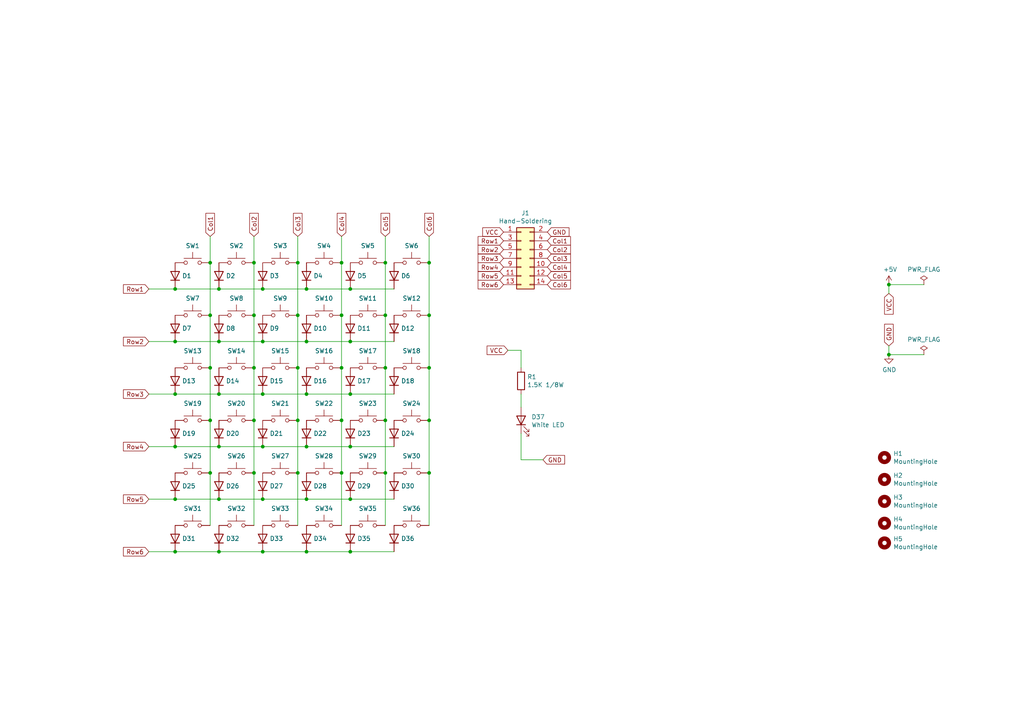
<source format=kicad_sch>
(kicad_sch (version 20211123) (generator eeschema)
  (paper "A4")
  (title_block (title "Pragmatic Input Module") (date "2021-11-20") (rev "v0.2") (company "Designed by James Sa"))
  (lib_symbols
    (symbol "Connector_Generic:Conn_02x07_Odd_Even" (pin_names (offset 1.016) hide)
      (property "Reference" "J" (at 1.27 10.16 0))
      (property "Value" "Conn_02x07_Odd_Even" (at 1.27 -10.16 0))
      (symbol "Conn_02x07_Odd_Even_1_1"
        (rectangle (start -1.27 -7.493) (end 0 -7.747) (stroke (width 0.1524)))
        (rectangle (start -1.27 -4.953) (end 0 -5.207) (stroke (width 0.1524)))
        (rectangle (start -1.27 -2.413) (end 0 -2.667) (stroke (width 0.1524)))
        (rectangle (start -1.27 0.127) (end 0 -0.127) (stroke (width 0.1524)))
        (rectangle (start -1.27 2.667) (end 0 2.413) (stroke (width 0.1524)))
        (rectangle (start -1.27 5.207) (end 0 4.953) (stroke (width 0.1524)))
        (rectangle (start -1.27 7.747) (end 0 7.493) (stroke (width 0.1524)))
        (rectangle (start -1.27 8.89) (end 3.81 -8.89) (stroke (width 0.254)) (fill (type background)))
        (rectangle (start 3.81 -7.493) (end 2.54 -7.747) (stroke (width 0.1524)))
        (rectangle (start 3.81 -4.953) (end 2.54 -5.207) (stroke (width 0.1524)))
        (rectangle (start 3.81 -2.413) (end 2.54 -2.667) (stroke (width 0.1524)))
        (rectangle (start 3.81 0.127) (end 2.54 -0.127) (stroke (width 0.1524)))
        (rectangle (start 3.81 2.667) (end 2.54 2.413) (stroke (width 0.1524)))
        (rectangle (start 3.81 5.207) (end 2.54 4.953) (stroke (width 0.1524)))
        (rectangle (start 3.81 7.747) (end 2.54 7.493) (stroke (width 0.1524)))
        (pin passive line (at -5.08 7.62 0) (length 3.81) (name "Pin_1") (number "1"))
        (pin passive line (at 7.62 -2.54 180) (length 3.81) (name "Pin_10") (number "10"))
        (pin passive line (at -5.08 -5.08 0) (length 3.81) (name "Pin_11") (number "11"))
        (pin passive line (at 7.62 -5.08 180) (length 3.81) (name "Pin_12") (number "12"))
        (pin passive line (at -5.08 -7.62 0) (length 3.81) (name "Pin_13") (number "13"))
        (pin passive line (at 7.62 -7.62 180) (length 3.81) (name "Pin_14") (number "14"))
        (pin passive line (at 7.62 7.62 180) (length 3.81) (name "Pin_2") (number "2"))
        (pin passive line (at -5.08 5.08 0) (length 3.81) (name "Pin_3") (number "3"))
        (pin passive line (at 7.62 5.08 180) (length 3.81) (name "Pin_4") (number "4"))
        (pin passive line (at -5.08 2.54 0) (length 3.81) (name "Pin_5") (number "5"))
        (pin passive line (at 7.62 2.54 180) (length 3.81) (name "Pin_6") (number "6"))
        (pin passive line (at -5.08 0 0) (length 3.81) (name "Pin_7") (number "7"))
        (pin passive line (at 7.62 0 180) (length 3.81) (name "Pin_8") (number "8"))
        (pin passive line (at -5.08 -2.54 0) (length 3.81) (name "Pin_9") (number "9"))
      )
    )
    (symbol "Device:D" (pin_numbers hide) (pin_names (offset 1.016) hide)
      (property "Reference" "D" (at 0 2.54 0))
      (property "Value" "D" (at 0 -2.54 0))
      (symbol "D_0_1"
        (polyline (pts (xy -1.27 1.27) (xy -1.27 -1.27)) (stroke (width 0.254)))
        (polyline (pts (xy 1.27 0) (xy -1.27 0)))
        (polyline (pts (xy 1.27 1.27) (xy 1.27 -1.27) (xy -1.27 0) (xy 1.27 1.27)) (stroke (width 0.254)))
      )
      (symbol "D_1_1"
        (pin passive line (at -3.81 0 0) (length 2.54) (name "K") (number "1"))
        (pin passive line (at 3.81 0 180) (length 2.54) (name "A") (number "2"))
      )
    )
    (symbol "Device:LED" (pin_numbers hide) (pin_names (offset 1.016) hide)
      (property "Reference" "D" (at 0 2.54 0))
      (property "Value" "LED" (at 0 -2.54 0))
      (symbol "LED_0_1"
        (polyline (pts (xy -1.27 -1.27) (xy -1.27 1.27)) (stroke (width 0.254)))
        (polyline (pts (xy -1.27 0) (xy 1.27 0)))
        (polyline (pts (xy 1.27 -1.27) (xy 1.27 1.27) (xy -1.27 0) (xy 1.27 -1.27)) (stroke (width 0.254)))
        (polyline (pts (xy -3.048 -0.762) (xy -4.572 -2.286) (xy -3.81 -2.286) (xy -4.572 -2.286) (xy -4.572 -1.524)))
        (polyline (pts (xy -1.778 -0.762) (xy -3.302 -2.286) (xy -2.54 -2.286) (xy -3.302 -2.286) (xy -3.302 -1.524)))
      )
      (symbol "LED_1_1"
        (pin passive line (at -3.81 0 0) (length 2.54) (name "K") (number "1"))
        (pin passive line (at 3.81 0 180) (length 2.54) (name "A") (number "2"))
      )
    )
    (symbol "Device:R" (pin_numbers hide) (pin_names (offset 0))
      (property "Reference" "R" (at 2.032 0 90))
      (property "Value" "R" (at 0 0 90))
      (symbol "R_0_1"
        (rectangle (start -1.016 -2.54) (end 1.016 2.54) (stroke (width 0.254)))
      )
      (symbol "R_1_1"
        (pin passive line (at 0 3.81 270) (length 1.27) (name "~") (number "1"))
        (pin passive line (at 0 -3.81 90) (length 1.27) (name "~") (number "2"))
      )
    )
    (symbol "Mechanical:MountingHole" (pin_names (offset 1.016))
      (property "Reference" "H" (at 0 5.08 0))
      (property "Value" "MountingHole" (at 0 3.175 0))
      (symbol "MountingHole_0_1"
        (circle (center 0 0) (radius 1.27) (stroke (width 1.27)))
      )
    )
    (symbol "Switch:SW_Push" (pin_numbers hide) (pin_names (offset 1.016) hide)
      (property "Reference" "SW" (at 1.27 2.54 0))
      (property "Value" "SW_Push" (at 0 -1.524 0))
      (symbol "SW_Push_0_1"
        (circle (center -2.032 0) (radius 0.508))
        (polyline (pts (xy 0 1.27) (xy 0 3.048)))
        (polyline (pts (xy 2.54 1.27) (xy -2.54 1.27)))
        (circle (center 2.032 0) (radius 0.508))
        (pin passive line (at -5.08 0 0) (length 2.54) (name "1") (number "1"))
        (pin passive line (at 5.08 0 180) (length 2.54) (name "2") (number "2"))
      )
    )
    (symbol "power:+5V" (power) (pin_names (offset 0))
      (property "Value" "+5V" (at 0 3.556 0))
      (symbol "+5V_0_1"
        (polyline (pts (xy -0.762 1.27) (xy 0 2.54)))
        (polyline (pts (xy 0 0) (xy 0 2.54)))
        (polyline (pts (xy 0 2.54) (xy 0.762 1.27)))
      )
      (symbol "+5V_1_1"
        (pin power_in line (at 0 0 90) (length 0) hide (name "+5V") (number "1"))
      )
    )
    (symbol "power:GND" (power) (pin_names (offset 0))
      (property "Value" "GND" (at 0 -3.81 0))
      (symbol "GND_0_1"
        (polyline (pts (xy 0 0) (xy 0 -1.27) (xy 1.27 -1.27) (xy 0 -2.54) (xy -1.27 -1.27) (xy 0 -1.27)))
      )
      (symbol "GND_1_1"
        (pin power_in line (at 0 0 270) (length 0) hide (name "GND") (number "1"))
      )
    )
    (symbol "power:PWR_FLAG" (power) (pin_numbers hide) (pin_names (offset 0) hide)
      (property "Value" "PWR_FLAG" (at 0 3.81 0))
      (symbol "PWR_FLAG_0_0"
        (pin power_out line (at 0 0 90) (length 0) (name "pwr") (number "1"))
      )
      (symbol "PWR_FLAG_0_1"
        (polyline (pts (xy 0 0) (xy 0 1.27) (xy -1.016 1.905) (xy 0 2.54) (xy 1.016 1.905) (xy 0 1.27)))
      )
    )
  )
  (junction (at 50.8 83.82))
  (junction (at 88.9 129.54))
  (junction (at 111.76 121.92))
  (junction (at 76.2 144.78))
  (junction (at 101.6 99.06))
  (junction (at 124.46 137.16))
  (junction (at 63.5 114.3))
  (junction (at 76.2 129.54))
  (junction (at 101.6 129.54))
  (junction (at 86.36 91.44))
  (junction (at 76.2 114.3))
  (junction (at 257.81 102.87))
  (junction (at 257.81 82.55))
  (junction (at 99.06 91.44))
  (junction (at 124.46 121.92))
  (junction (at 76.2 83.82))
  (junction (at 63.5 129.54))
  (junction (at 73.66 76.2))
  (junction (at 101.6 160.02))
  (junction (at 73.66 121.92))
  (junction (at 86.36 121.92))
  (junction (at 76.2 99.06))
  (junction (at 99.06 137.16))
  (junction (at 50.8 160.02))
  (junction (at 63.5 160.02))
  (junction (at 73.66 137.16))
  (junction (at 60.96 121.92))
  (junction (at 73.66 91.44))
  (junction (at 88.9 114.3))
  (junction (at 101.6 83.82))
  (junction (at 101.6 114.3))
  (junction (at 88.9 83.82))
  (junction (at 88.9 144.78))
  (junction (at 111.76 106.68))
  (junction (at 111.76 76.2))
  (junction (at 50.8 99.06))
  (junction (at 60.96 76.2))
  (junction (at 50.8 144.78))
  (junction (at 99.06 76.2))
  (junction (at 50.8 129.54))
  (junction (at 124.46 91.44))
  (junction (at 99.06 121.92))
  (junction (at 88.9 160.02))
  (junction (at 99.06 106.68))
  (junction (at 86.36 106.68))
  (junction (at 63.5 99.06))
  (junction (at 50.8 114.3))
  (junction (at 73.66 106.68))
  (junction (at 86.36 137.16))
  (junction (at 124.46 76.2))
  (junction (at 60.96 106.68))
  (junction (at 63.5 144.78))
  (junction (at 124.46 106.68))
  (junction (at 111.76 137.16))
  (junction (at 88.9 99.06))
  (junction (at 60.96 91.44))
  (junction (at 111.76 91.44))
  (junction (at 60.96 137.16))
  (junction (at 76.2 160.02))
  (junction (at 86.36 76.2))
  (junction (at 63.5 83.82))
  (junction (at 101.6 144.78))
  (wire (pts (xy 111.76 137.16) (xy 111.76 152.4)))
  (wire (pts (xy 76.2 83.82) (xy 88.9 83.82)))
  (wire (pts (xy 111.76 76.2) (xy 111.76 91.44)))
  (wire (pts (xy 101.6 129.54) (xy 114.3 129.54)))
  (wire (pts (xy 73.66 121.92) (xy 73.66 137.16)))
  (wire (pts (xy 99.06 106.68) (xy 99.06 121.92)))
  (wire (pts (xy 111.76 91.44) (xy 111.76 106.68)))
  (wire (pts (xy 63.5 144.78) (xy 76.2 144.78)))
  (wire (pts (xy 43.18 144.78) (xy 50.8 144.78)))
  (wire (pts (xy 76.2 114.3) (xy 88.9 114.3)))
  (wire (pts (xy 60.96 91.44) (xy 60.96 106.68)))
  (wire (pts (xy 99.06 68.58) (xy 99.06 76.2)))
  (wire (pts (xy 50.8 83.82) (xy 63.5 83.82)))
  (wire (pts (xy 257.81 82.55) (xy 267.97 82.55)))
  (wire (pts (xy 43.18 129.54) (xy 50.8 129.54)))
  (wire (pts (xy 101.6 83.82) (xy 114.3 83.82)))
  (wire (pts (xy 60.96 68.58) (xy 60.96 76.2)))
  (wire (pts (xy 147.32 101.6) (xy 151.13 101.6)))
  (wire (pts (xy 60.96 76.2) (xy 60.96 91.44)))
  (wire (pts (xy 63.5 99.06) (xy 76.2 99.06)))
  (wire (pts (xy 99.06 121.92) (xy 99.06 137.16)))
  (wire (pts (xy 50.8 114.3) (xy 63.5 114.3)))
  (wire (pts (xy 60.96 106.68) (xy 60.96 121.92)))
  (wire (pts (xy 99.06 137.16) (xy 99.06 152.4)))
  (wire (pts (xy 60.96 137.16) (xy 60.96 152.4)))
  (wire (pts (xy 73.66 91.44) (xy 73.66 106.68)))
  (wire (pts (xy 101.6 144.78) (xy 114.3 144.78)))
  (wire (pts (xy 124.46 68.58) (xy 124.46 76.2)))
  (wire (pts (xy 50.8 160.02) (xy 63.5 160.02)))
  (wire (pts (xy 88.9 83.82) (xy 101.6 83.82)))
  (wire (pts (xy 124.46 76.2) (xy 124.46 91.44)))
  (wire (pts (xy 86.36 91.44) (xy 86.36 106.68)))
  (wire (pts (xy 63.5 160.02) (xy 76.2 160.02)))
  (wire (pts (xy 50.8 99.06) (xy 63.5 99.06)))
  (wire (pts (xy 60.96 121.92) (xy 60.96 137.16)))
  (wire (pts (xy 101.6 114.3) (xy 114.3 114.3)))
  (wire (pts (xy 86.36 68.58) (xy 86.36 76.2)))
  (wire (pts (xy 257.81 100.33) (xy 257.81 102.87)))
  (wire (pts (xy 76.2 144.78) (xy 88.9 144.78)))
  (wire (pts (xy 73.66 137.16) (xy 73.66 152.4)))
  (wire (pts (xy 88.9 99.06) (xy 101.6 99.06)))
  (wire (pts (xy 124.46 137.16) (xy 124.46 152.4)))
  (wire (pts (xy 151.13 125.73) (xy 151.13 133.35)))
  (wire (pts (xy 124.46 121.92) (xy 124.46 137.16)))
  (wire (pts (xy 88.9 114.3) (xy 101.6 114.3)))
  (wire (pts (xy 101.6 99.06) (xy 114.3 99.06)))
  (wire (pts (xy 63.5 129.54) (xy 76.2 129.54)))
  (wire (pts (xy 43.18 114.3) (xy 50.8 114.3)))
  (wire (pts (xy 86.36 137.16) (xy 86.36 152.4)))
  (wire (pts (xy 124.46 91.44) (xy 124.46 106.68)))
  (wire (pts (xy 99.06 76.2) (xy 99.06 91.44)))
  (wire (pts (xy 76.2 129.54) (xy 88.9 129.54)))
  (wire (pts (xy 88.9 160.02) (xy 101.6 160.02)))
  (wire (pts (xy 99.06 91.44) (xy 99.06 106.68)))
  (wire (pts (xy 50.8 129.54) (xy 63.5 129.54)))
  (wire (pts (xy 101.6 160.02) (xy 114.3 160.02)))
  (wire (pts (xy 43.18 160.02) (xy 50.8 160.02)))
  (wire (pts (xy 111.76 106.68) (xy 111.76 121.92)))
  (wire (pts (xy 111.76 68.58) (xy 111.76 76.2)))
  (wire (pts (xy 86.36 76.2) (xy 86.36 91.44)))
  (wire (pts (xy 76.2 99.06) (xy 88.9 99.06)))
  (wire (pts (xy 63.5 114.3) (xy 76.2 114.3)))
  (wire (pts (xy 76.2 160.02) (xy 88.9 160.02)))
  (wire (pts (xy 50.8 144.78) (xy 63.5 144.78)))
  (wire (pts (xy 151.13 114.3) (xy 151.13 118.11)))
  (wire (pts (xy 63.5 83.82) (xy 76.2 83.82)))
  (wire (pts (xy 257.81 82.55) (xy 257.81 85.09)))
  (wire (pts (xy 111.76 121.92) (xy 111.76 137.16)))
  (wire (pts (xy 267.97 102.87) (xy 257.81 102.87)))
  (wire (pts (xy 88.9 129.54) (xy 101.6 129.54)))
  (wire (pts (xy 86.36 106.68) (xy 86.36 121.92)))
  (wire (pts (xy 151.13 133.35) (xy 157.48 133.35)))
  (wire (pts (xy 73.66 76.2) (xy 73.66 91.44)))
  (wire (pts (xy 124.46 106.68) (xy 124.46 121.92)))
  (wire (pts (xy 86.36 121.92) (xy 86.36 137.16)))
  (wire (pts (xy 43.18 83.82) (xy 50.8 83.82)))
  (wire (pts (xy 73.66 68.58) (xy 73.66 76.2)))
  (wire (pts (xy 73.66 106.68) (xy 73.66 121.92)))
  (wire (pts (xy 151.13 101.6) (xy 151.13 106.68)))
  (wire (pts (xy 88.9 144.78) (xy 101.6 144.78)))
  (wire (pts (xy 43.18 99.06) (xy 50.8 99.06)))
  (global_label "GND" (shape input) (at 257.81 100.33 90) (property "Intersheet References" "${INTERSHEET_REFS}" (effects hide)))
  (global_label "VCC" (shape input) (at 257.81 85.09 270) (property "Intersheet References" "${INTERSHEET_REFS}" (effects hide)))
  (global_label "Row5" (shape input) (at 43.18 144.78 180) (property "Intersheet References" "${INTERSHEET_REFS}" (effects hide)))
  (global_label "Row3" (shape input) (at 146.05 74.93 180) (property "Intersheet References" "${INTERSHEET_REFS}" (effects hide)))
  (global_label "Row1" (shape input) (at 146.05 69.85 180) (property "Intersheet References" "${INTERSHEET_REFS}" (effects hide)))
  (global_label "Col1" (shape input) (at 158.75 69.85 0) (property "Intersheet References" "${INTERSHEET_REFS}" (effects hide)))
  (global_label "Row4" (shape input) (at 146.05 77.47 180) (property "Intersheet References" "${INTERSHEET_REFS}" (effects hide)))
  (global_label "Col4" (shape input) (at 158.75 77.47 0) (property "Intersheet References" "${INTERSHEET_REFS}" (effects hide)))
  (global_label "Col2" (shape input) (at 158.75 72.39 0) (property "Intersheet References" "${INTERSHEET_REFS}" (effects hide)))
  (global_label "Row6" (shape input) (at 43.18 160.02 180) (property "Intersheet References" "${INTERSHEET_REFS}" (effects hide)))
  (global_label "Col4" (shape input) (at 99.06 68.58 90) (property "Intersheet References" "${INTERSHEET_REFS}" (effects hide)))
  (global_label "GND" (shape input) (at 158.75 67.31 0) (property "Intersheet References" "${INTERSHEET_REFS}" (effects hide)))
  (global_label "Col6" (shape input) (at 158.75 82.55 0) (property "Intersheet References" "${INTERSHEET_REFS}" (effects hide)))
  (global_label "Col2" (shape input) (at 73.66 68.58 90) (property "Intersheet References" "${INTERSHEET_REFS}" (effects hide)))
  (global_label "Col3" (shape input) (at 158.75 74.93 0) (property "Intersheet References" "${INTERSHEET_REFS}" (effects hide)))
  (global_label "Row5" (shape input) (at 146.05 80.01 180) (property "Intersheet References" "${INTERSHEET_REFS}" (effects hide)))
  (global_label "Row2" (shape input) (at 146.05 72.39 180) (property "Intersheet References" "${INTERSHEET_REFS}" (effects hide)))
  (global_label "Col1" (shape input) (at 60.96 68.58 90) (property "Intersheet References" "${INTERSHEET_REFS}" (effects hide)))
  (global_label "Row1" (shape input) (at 43.18 83.82 180) (property "Intersheet References" "${INTERSHEET_REFS}" (effects hide)))
  (global_label "Row6" (shape input) (at 146.05 82.55 180) (property "Intersheet References" "${INTERSHEET_REFS}" (effects hide)))
  (global_label "Col6" (shape input) (at 124.46 68.58 90) (property "Intersheet References" "${INTERSHEET_REFS}" (effects hide)))
  (global_label "GND" (shape input) (at 157.48 133.35 0) (property "Intersheet References" "${INTERSHEET_REFS}" (effects hide)))
  (global_label "VCC" (shape input) (at 146.05 67.31 180) (property "Intersheet References" "${INTERSHEET_REFS}" (effects hide)))
  (global_label "Row3" (shape input) (at 43.18 114.3 180) (property "Intersheet References" "${INTERSHEET_REFS}" (effects hide)))
  (global_label "Col3" (shape input) (at 86.36 68.58 90) (property "Intersheet References" "${INTERSHEET_REFS}" (effects hide)))
  (global_label "Row4" (shape input) (at 43.18 129.54 180) (property "Intersheet References" "${INTERSHEET_REFS}" (effects hide)))
  (global_label "Row2" (shape input) (at 43.18 99.06 180) (property "Intersheet References" "${INTERSHEET_REFS}" (effects hide)))
  (global_label "VCC" (shape input) (at 147.32 101.6 180) (property "Intersheet References" "${INTERSHEET_REFS}" (effects hide)))
  (global_label "Col5" (shape input) (at 158.75 80.01 0) (property "Intersheet References" "${INTERSHEET_REFS}" (effects hide)))
  (global_label "Col5" (shape input) (at 111.76 68.58 90) (property "Intersheet References" "${INTERSHEET_REFS}" (effects hide)))
  (symbol (lib_id "power:+5V") (at 257.81 82.55 0) (unit 1)
    (property "Reference" "#PWR01" (effects hide))
    (property "Value" "+5V" (at 258.191 78.1558 0))
  )
  (symbol (lib_id "power:PWR_FLAG") (at 267.97 82.55 0) (unit 1)
    (property "Reference" "#FLG0101" (effects hide))
    (property "Value" "PWR_FLAG" (at 267.97 78.1558 0))
  )
  (symbol (lib_id "Device:D") (at 50.8 95.25 90) (unit 1)
    (property "Reference" "D7" (at 52.832 95.25 90) (effects (justify right)))
    (property "Value" "1N4148" (effects hide))
    (property "Footprint" "Keyboard_Foostan:D3_SMD_v2" (effects hide))
    (property "LCSC" "C81598" (effects hide))
  )
  (symbol (lib_id "Switch:SW_Push") (at 55.88 91.44 0) (unit 1)
    (property "Reference" "SW7" (at 55.88 86.5378 0))
    (property "Value" "SW_Push" (effects hide))
    (property "Footprint" "Keyboard_JSA:MX_Hotswap_MX_Choc_Solder" (effects hide))
  )
  (symbol (lib_id "power:PWR_FLAG") (at 267.97 102.87 0) (unit 1)
    (property "Reference" "#FLG0102" (effects hide))
    (property "Value" "PWR_FLAG" (at 267.97 98.4758 0))
  )
  (symbol (lib_id "Device:D") (at 50.8 125.73 90) (unit 1)
    (property "Reference" "D19" (at 52.832 125.73 90) (effects (justify right)))
    (property "Value" "1N4148" (effects hide))
    (property "Footprint" "Keyboard_Foostan:D3_SMD_v2" (effects hide))
    (property "LCSC" "C81598" (effects hide))
  )
  (symbol (lib_id "Switch:SW_Push") (at 55.88 121.92 0) (unit 1)
    (property "Reference" "SW19" (at 55.88 117.0178 0))
    (property "Value" "SW_Push" (effects hide))
    (property "Footprint" "Keyboard_JSA:MX_Hotswap_MX_Choc_Solder" (effects hide))
  )
  (symbol (lib_id "Device:D") (at 63.5 95.25 90) (unit 1)
    (property "Reference" "D8" (at 65.532 95.25 90) (effects (justify right)))
    (property "Value" "1N4148" (effects hide))
    (property "Footprint" "Keyboard_Foostan:D3_SMD_v2" (effects hide))
    (property "LCSC" "C81598" (effects hide))
  )
  (symbol (lib_id "Switch:SW_Push") (at 68.58 91.44 0) (unit 1)
    (property "Reference" "SW8" (at 68.58 86.5378 0))
    (property "Value" "SW_Push" (effects hide))
    (property "Footprint" "Keyboard_JSA:MX_Hotswap_MX_Choc_Solder" (effects hide))
  )
  (symbol (lib_id "power:GND") (at 257.81 102.87 0) (unit 1)
    (property "Reference" "#PWR02" (effects hide))
    (property "Value" "GND" (at 257.937 107.2642 0))
  )
  (symbol (lib_id "Device:D") (at 76.2 80.01 90) (unit 1)
    (property "Reference" "D3" (at 78.232 80.01 90) (effects (justify right)))
    (property "Value" "1N4148" (effects hide))
    (property "Footprint" "Keyboard_Foostan:D3_SMD_v2" (effects hide))
    (property "LCSC" "C81598" (effects hide))
  )
  (symbol (lib_id "Switch:SW_Push") (at 81.28 76.2 0) (unit 1)
    (property "Reference" "SW3" (at 81.28 71.2978 0))
    (property "Value" "SW_Push" (effects hide))
    (property "Footprint" "Keyboard_JSA:MX_Hotswap_MX_Choc_Solder" (effects hide))
  )
  (symbol (lib_id "Device:D") (at 88.9 80.01 90) (unit 1)
    (property "Reference" "D4" (at 90.932 80.01 90) (effects (justify right)))
    (property "Value" "1N4148" (effects hide))
    (property "Footprint" "Keyboard_Foostan:D3_SMD_v2" (effects hide))
    (property "LCSC" "C81598" (effects hide))
  )
  (symbol (lib_id "Switch:SW_Push") (at 93.98 76.2 0) (unit 1)
    (property "Reference" "SW4" (at 93.98 71.2978 0))
    (property "Value" "SW_Push" (effects hide))
    (property "Footprint" "Keyboard_JSA:MX_Hotswap_MX_Choc_Solder" (effects hide))
  )
  (symbol (lib_id "Device:D") (at 101.6 80.01 90) (unit 1)
    (property "Reference" "D5" (at 103.632 80.01 90) (effects (justify right)))
    (property "Value" "1N4148" (effects hide))
    (property "Footprint" "Keyboard_Foostan:D3_SMD_v2" (effects hide))
    (property "LCSC" "C81598" (effects hide))
  )
  (symbol (lib_id "Switch:SW_Push") (at 106.68 76.2 0) (unit 1)
    (property "Reference" "SW5" (at 106.68 71.2978 0))
    (property "Value" "SW_Push" (effects hide))
    (property "Footprint" "Keyboard_JSA:MX_Hotswap_MX_Choc_Solder" (effects hide))
  )
  (symbol (lib_id "Device:D") (at 114.3 80.01 90) (unit 1)
    (property "Reference" "D6" (at 116.332 80.01 90) (effects (justify right)))
    (property "Value" "1N4148" (effects hide))
    (property "Footprint" "Keyboard_Foostan:D3_SMD_v2" (effects hide))
    (property "LCSC" "C81598" (effects hide))
  )
  (symbol (lib_id "Switch:SW_Push") (at 119.38 76.2 0) (unit 1)
    (property "Reference" "SW6" (at 119.38 71.2978 0))
    (property "Value" "SW_Push" (effects hide))
    (property "Footprint" "Keyboard_JSA:MX_Hotswap_MX_Choc_Solder" (effects hide))
  )
  (symbol (lib_id "Device:D") (at 50.8 80.01 90) (unit 1)
    (property "Reference" "D1" (at 52.832 80.01 90) (effects (justify right)))
    (property "Value" "1N4148" (effects hide))
    (property "Footprint" "Keyboard_Foostan:D3_SMD_v2" (effects hide))
    (property "Datasheet" "https://datasheet.lcsc.com/lcsc/1811061725_ST-Semtech-1N4148W_C81598.pdf" (effects hide))
    (property "LCSC" "C81598" (effects hide))
  )
  (symbol (lib_id "Switch:SW_Push") (at 55.88 76.2 0) (unit 1)
    (property "Reference" "SW1" (at 55.88 71.2978 0))
    (property "Value" "SW_Push" (effects hide))
    (property "Footprint" "Keyboard_JSA:MX_Hotswap_MX_Choc_Solder" (effects hide))
  )
  (symbol (lib_id "Device:D") (at 63.5 80.01 90) (unit 1)
    (property "Reference" "D2" (at 65.532 80.01 90) (effects (justify right)))
    (property "Value" "1N4148" (effects hide))
    (property "Footprint" "Keyboard_Foostan:D3_SMD_v2" (effects hide))
    (property "LCSC" "C81598" (effects hide))
  )
  (symbol (lib_id "Switch:SW_Push") (at 68.58 76.2 0) (unit 1)
    (property "Reference" "SW2" (at 68.58 71.2978 0))
    (property "Value" "SW_Push" (effects hide))
    (property "Footprint" "Keyboard_JSA:MX_Hotswap_MX_Choc_Solder" (effects hide))
  )
  (symbol (lib_id "Device:D") (at 76.2 95.25 90) (unit 1)
    (property "Reference" "D9" (at 78.232 95.25 90) (effects (justify right)))
    (property "Value" "1N4148" (effects hide))
    (property "Footprint" "Keyboard_Foostan:D3_SMD_v2" (effects hide))
    (property "LCSC" "C81598" (effects hide))
  )
  (symbol (lib_id "Switch:SW_Push") (at 81.28 91.44 0) (unit 1)
    (property "Reference" "SW9" (at 81.28 86.5378 0))
    (property "Value" "SW_Push" (effects hide))
    (property "Footprint" "Keyboard_JSA:MX_Hotswap_MX_Choc_Solder" (effects hide))
  )
  (symbol (lib_id "Device:D") (at 88.9 95.25 90) (unit 1)
    (property "Reference" "D10" (at 90.932 95.25 90) (effects (justify right)))
    (property "Value" "1N4148" (effects hide))
    (property "Footprint" "Keyboard_Foostan:D3_SMD_v2" (effects hide))
    (property "LCSC" "C81598" (effects hide))
  )
  (symbol (lib_id "Switch:SW_Push") (at 93.98 91.44 0) (unit 1)
    (property "Reference" "SW10" (at 93.98 86.5378 0))
    (property "Value" "SW_Push" (effects hide))
    (property "Footprint" "Keyboard_JSA:MX_Hotswap_MX_Choc_Solder" (effects hide))
  )
  (symbol (lib_id "Device:D") (at 101.6 95.25 90) (unit 1)
    (property "Reference" "D11" (at 103.632 95.25 90) (effects (justify right)))
    (property "Value" "1N4148" (effects hide))
    (property "Footprint" "Keyboard_Foostan:D3_SMD_v2" (effects hide))
    (property "LCSC" "C81598" (effects hide))
  )
  (symbol (lib_id "Switch:SW_Push") (at 106.68 91.44 0) (unit 1)
    (property "Reference" "SW11" (at 106.68 86.5378 0))
    (property "Value" "SW_Push" (effects hide))
    (property "Footprint" "Keyboard_JSA:MX_Hotswap_MX_Choc_Solder" (effects hide))
  )
  (symbol (lib_id "Device:D") (at 114.3 95.25 90) (unit 1)
    (property "Reference" "D12" (at 116.332 95.25 90) (effects (justify right)))
    (property "Value" "1N4148" (effects hide))
    (property "Footprint" "Keyboard_Foostan:D3_SMD_v2" (effects hide))
    (property "LCSC" "C81598" (effects hide))
  )
  (symbol (lib_id "Switch:SW_Push") (at 119.38 91.44 0) (unit 1)
    (property "Reference" "SW12" (at 119.38 86.5378 0))
    (property "Value" "SW_Push" (effects hide))
    (property "Footprint" "Keyboard_JSA:MX_Hotswap_MX_Choc_Solder" (effects hide))
  )
  (symbol (lib_id "Device:D") (at 63.5 110.49 90) (unit 1)
    (property "Reference" "D14" (at 65.532 110.49 90) (effects (justify right)))
    (property "Value" "1N4148" (effects hide))
    (property "Footprint" "Keyboard_Foostan:D3_SMD_v2" (effects hide))
    (property "LCSC" "C81598" (effects hide))
  )
  (symbol (lib_id "Switch:SW_Push") (at 68.58 106.68 0) (unit 1)
    (property "Reference" "SW14" (at 68.58 101.7778 0))
    (property "Value" "SW_Push" (effects hide))
    (property "Footprint" "Keyboard_JSA:MX_Hotswap_MX_Choc_Solder" (effects hide))
  )
  (symbol (lib_id "Device:D") (at 76.2 110.49 90) (unit 1)
    (property "Reference" "D15" (at 78.232 110.49 90) (effects (justify right)))
    (property "Value" "1N4148" (effects hide))
    (property "Footprint" "Keyboard_Foostan:D3_SMD_v2" (effects hide))
    (property "LCSC" "C81598" (effects hide))
  )
  (symbol (lib_id "Switch:SW_Push") (at 81.28 106.68 0) (unit 1)
    (property "Reference" "SW15" (at 81.28 101.7778 0))
    (property "Value" "SW_Push" (effects hide))
    (property "Footprint" "Keyboard_JSA:MX_Hotswap_MX_Choc_Solder" (effects hide))
  )
  (symbol (lib_id "Device:D") (at 88.9 110.49 90) (unit 1)
    (property "Reference" "D16" (at 90.932 110.49 90) (effects (justify right)))
    (property "Value" "1N4148" (effects hide))
    (property "Footprint" "Keyboard_Foostan:D3_SMD_v2" (effects hide))
    (property "LCSC" "C81598" (effects hide))
  )
  (symbol (lib_id "Switch:SW_Push") (at 93.98 106.68 0) (unit 1)
    (property "Reference" "SW16" (at 93.98 101.7778 0))
    (property "Value" "SW_Push" (effects hide))
    (property "Footprint" "Keyboard_JSA:MX_Hotswap_MX_Choc_Solder" (effects hide))
  )
  (symbol (lib_id "Device:D") (at 101.6 110.49 90) (unit 1)
    (property "Reference" "D17" (at 103.632 110.49 90) (effects (justify right)))
    (property "Value" "1N4148" (effects hide))
    (property "Footprint" "Keyboard_Foostan:D3_SMD_v2" (effects hide))
    (property "LCSC" "C81598" (effects hide))
  )
  (symbol (lib_id "Switch:SW_Push") (at 106.68 106.68 0) (unit 1)
    (property "Reference" "SW17" (at 106.68 101.7778 0))
    (property "Value" "SW_Push" (effects hide))
    (property "Footprint" "Keyboard_JSA:MX_Hotswap_MX_Choc_Solder" (effects hide))
  )
  (symbol (lib_id "Device:D") (at 114.3 110.49 90) (unit 1)
    (property "Reference" "D18" (at 116.332 110.49 90) (effects (justify right)))
    (property "Value" "1N4148" (effects hide))
    (property "Footprint" "Keyboard_Foostan:D3_SMD_v2" (effects hide))
    (property "LCSC" "C81598" (effects hide))
  )
  (symbol (lib_id "Switch:SW_Push") (at 119.38 106.68 0) (unit 1)
    (property "Reference" "SW18" (at 119.38 101.7778 0))
    (property "Value" "SW_Push" (effects hide))
    (property "Footprint" "Keyboard_JSA:MX_Hotswap_MX_Choc_Solder" (effects hide))
  )
  (symbol (lib_id "Device:D") (at 50.8 110.49 90) (unit 1)
    (property "Reference" "D13" (at 52.832 110.49 90) (effects (justify right)))
    (property "Value" "1N4148" (effects hide))
    (property "Footprint" "Keyboard_Foostan:D3_SMD_v2" (effects hide))
    (property "LCSC" "C81598" (effects hide))
  )
  (symbol (lib_id "Switch:SW_Push") (at 55.88 106.68 0) (unit 1)
    (property "Reference" "SW13" (at 55.88 101.7778 0))
    (property "Value" "SW_Push" (effects hide))
    (property "Footprint" "Keyboard_JSA:MX_Hotswap_MX_Choc_Solder" (effects hide))
  )
  (symbol (lib_id "Device:D") (at 63.5 125.73 90) (unit 1)
    (property "Reference" "D20" (at 65.532 125.73 90) (effects (justify right)))
    (property "Value" "1N4148" (effects hide))
    (property "Footprint" "Keyboard_Foostan:D3_SMD_v2" (effects hide))
    (property "LCSC" "C81598" (effects hide))
  )
  (symbol (lib_id "Switch:SW_Push") (at 68.58 121.92 0) (unit 1)
    (property "Reference" "SW20" (at 68.58 117.0178 0))
    (property "Value" "SW_Push" (effects hide))
    (property "Footprint" "Keyboard_JSA:MX_Hotswap_MX_Choc_Solder" (effects hide))
  )
  (symbol (lib_id "Device:D") (at 76.2 125.73 90) (unit 1)
    (property "Reference" "D21" (at 78.232 125.73 90) (effects (justify right)))
    (property "Value" "1N4148" (effects hide))
    (property "Footprint" "Keyboard_Foostan:D3_SMD_v2" (effects hide))
    (property "LCSC" "C81598" (effects hide))
  )
  (symbol (lib_id "Switch:SW_Push") (at 81.28 121.92 0) (unit 1)
    (property "Reference" "SW21" (at 81.28 117.0178 0))
    (property "Value" "SW_Push" (effects hide))
    (property "Footprint" "Keyboard_JSA:MX_Hotswap_MX_Choc_Solder" (effects hide))
  )
  (symbol (lib_id "Device:D") (at 88.9 125.73 90) (unit 1)
    (property "Reference" "D22" (at 90.932 125.73 90) (effects (justify right)))
    (property "Value" "1N4148" (effects hide))
    (property "Footprint" "Keyboard_Foostan:D3_SMD_v2" (effects hide))
    (property "LCSC" "C81598" (effects hide))
  )
  (symbol (lib_id "Switch:SW_Push") (at 93.98 121.92 0) (unit 1)
    (property "Reference" "SW22" (at 93.98 117.0178 0))
    (property "Value" "SW_Push" (effects hide))
    (property "Footprint" "Keyboard_JSA:MX_Hotswap_MX_Choc_Solder" (effects hide))
  )
  (symbol (lib_id "Device:D") (at 101.6 125.73 90) (unit 1)
    (property "Reference" "D23" (at 103.632 125.73 90) (effects (justify right)))
    (property "Value" "1N4148" (effects hide))
    (property "Footprint" "Keyboard_Foostan:D3_SMD_v2" (effects hide))
    (property "LCSC" "C81598" (effects hide))
  )
  (symbol (lib_id "Switch:SW_Push") (at 106.68 121.92 0) (unit 1)
    (property "Reference" "SW23" (at 106.68 117.0178 0))
    (property "Value" "SW_Push" (effects hide))
    (property "Footprint" "Keyboard_JSA:MX_Hotswap_MX_Choc_Solder" (effects hide))
  )
  (symbol (lib_id "Device:D") (at 114.3 125.73 90) (unit 1)
    (property "Reference" "D24" (at 116.332 125.73 90) (effects (justify right)))
    (property "Value" "1N4148" (effects hide))
    (property "Footprint" "Keyboard_Foostan:D3_SMD_v2" (effects hide))
    (property "LCSC" "C81598" (effects hide))
  )
  (symbol (lib_id "Switch:SW_Push") (at 119.38 121.92 0) (unit 1)
    (property "Reference" "SW24" (at 119.38 117.0178 0))
    (property "Value" "SW_Push" (effects hide))
    (property "Footprint" "Keyboard_JSA:MX_Hotswap_MX_Choc_Solder" (effects hide))
  )
  (symbol (lib_id "Device:D") (at 50.8 140.97 90) (unit 1)
    (property "Reference" "D25" (at 52.832 140.97 90) (effects (justify right)))
    (property "Value" "1N4148" (effects hide))
    (property "Footprint" "Keyboard_Foostan:D3_SMD_v2" (effects hide))
    (property "LCSC" "C81598" (effects hide))
  )
  (symbol (lib_id "Switch:SW_Push") (at 55.88 137.16 0) (unit 1)
    (property "Reference" "SW25" (at 55.88 132.2578 0))
    (property "Value" "SW_Push" (effects hide))
    (property "Footprint" "Keyboard_JSA:MX_Hotswap_MX_Choc_Solder" (effects hide))
  )
  (symbol (lib_id "Device:D") (at 63.5 140.97 90) (unit 1)
    (property "Reference" "D26" (at 65.532 140.97 90) (effects (justify right)))
    (property "Value" "1N4148" (effects hide))
    (property "Footprint" "Keyboard_Foostan:D3_SMD_v2" (effects hide))
    (property "LCSC" "C81598" (effects hide))
  )
  (symbol (lib_id "Switch:SW_Push") (at 68.58 137.16 0) (unit 1)
    (property "Reference" "SW26" (at 68.58 132.2578 0))
    (property "Value" "SW_Push" (effects hide))
    (property "Footprint" "Keyboard_JSA:MX_Hotswap_MX_Choc_Solder" (effects hide))
  )
  (symbol (lib_id "Device:D") (at 76.2 140.97 90) (unit 1)
    (property "Reference" "D27" (at 78.232 140.97 90) (effects (justify right)))
    (property "Value" "1N4148" (effects hide))
    (property "Footprint" "Keyboard_Foostan:D3_SMD_v2" (effects hide))
    (property "LCSC" "C81598" (effects hide))
  )
  (symbol (lib_id "Switch:SW_Push") (at 81.28 137.16 0) (unit 1)
    (property "Reference" "SW27" (at 81.28 132.2578 0))
    (property "Value" "SW_Push" (effects hide))
    (property "Footprint" "Keyboard_JSA:MX_Hotswap_MX_Choc_Solder" (effects hide))
  )
  (symbol (lib_id "Device:D") (at 88.9 140.97 90) (unit 1)
    (property "Reference" "D28" (at 90.932 140.97 90) (effects (justify right)))
    (property "Value" "1N4148" (effects hide))
    (property "Footprint" "Keyboard_Foostan:D3_SMD_v2" (effects hide))
    (property "LCSC" "C81598" (effects hide))
  )
  (symbol (lib_id "Switch:SW_Push") (at 93.98 137.16 0) (unit 1)
    (property "Reference" "SW28" (at 93.98 132.2578 0))
    (property "Value" "SW_Push" (effects hide))
    (property "Footprint" "Keyboard_JSA:MX_Hotswap_MX_Choc_Solder" (effects hide))
  )
  (symbol (lib_id "Device:D") (at 101.6 140.97 90) (unit 1)
    (property "Reference" "D29" (at 103.632 140.97 90) (effects (justify right)))
    (property "Value" "1N4148" (effects hide))
    (property "Footprint" "Keyboard_Foostan:D3_SMD_v2" (effects hide))
    (property "LCSC" "C81598" (effects hide))
  )
  (symbol (lib_id "Switch:SW_Push") (at 106.68 137.16 0) (unit 1)
    (property "Reference" "SW29" (at 106.68 132.2578 0))
    (property "Value" "SW_Push" (effects hide))
    (property "Footprint" "Keyboard_JSA:MX_Hotswap_MX_Choc_Solder" (effects hide))
  )
  (symbol (lib_id "Device:D") (at 114.3 140.97 90) (unit 1)
    (property "Reference" "D30" (at 116.332 140.97 90) (effects (justify right)))
    (property "Value" "1N4148" (effects hide))
    (property "Footprint" "Keyboard_Foostan:D3_SMD_v2" (effects hide))
    (property "LCSC" "C81598" (effects hide))
  )
  (symbol (lib_id "Switch:SW_Push") (at 119.38 137.16 0) (unit 1)
    (property "Reference" "SW30" (at 119.38 132.2578 0))
    (property "Value" "SW_Push" (effects hide))
    (property "Footprint" "Keyboard_JSA:MX_Hotswap_MX_Choc_Solder" (effects hide))
  )
  (symbol (lib_id "Device:D") (at 50.8 156.21 90) (unit 1)
    (property "Reference" "D31" (at 52.832 156.21 90) (effects (justify right)))
    (property "Value" "1N4148" (effects hide))
    (property "Footprint" "Keyboard_Foostan:D3_SMD_v2" (effects hide))
    (property "LCSC" "C81598" (effects hide))
  )
  (symbol (lib_id "Switch:SW_Push") (at 55.88 152.4 0) (unit 1)
    (property "Reference" "SW31" (at 55.88 147.4978 0))
    (property "Value" "SW_Push" (effects hide))
    (property "Footprint" "Keyboard_JSA:MX_Hotswap_MX_Choc_Solder" (effects hide))
  )
  (symbol (lib_id "Device:D") (at 63.5 156.21 90) (unit 1)
    (property "Reference" "D32" (at 65.532 156.21 90) (effects (justify right)))
    (property "Value" "1N4148" (effects hide))
    (property "Footprint" "Keyboard_Foostan:D3_SMD_v2" (effects hide))
    (property "LCSC" "C81598" (effects hide))
  )
  (symbol (lib_id "Switch:SW_Push") (at 68.58 152.4 0) (unit 1)
    (property "Reference" "SW32" (at 68.58 147.4978 0))
    (property "Value" "SW_Push" (effects hide))
    (property "Footprint" "Keyboard_JSA:MX_Hotswap_MX_Choc_Solder" (effects hide))
  )
  (symbol (lib_id "Device:D") (at 76.2 156.21 90) (unit 1)
    (property "Reference" "D33" (at 78.232 156.21 90) (effects (justify right)))
    (property "Value" "1N4148" (effects hide))
    (property "Footprint" "Keyboard_Foostan:D3_SMD_v2" (effects hide))
    (property "LCSC" "C81598" (effects hide))
  )
  (symbol (lib_id "Switch:SW_Push") (at 81.28 152.4 0) (unit 1)
    (property "Reference" "SW33" (at 81.28 147.4978 0))
    (property "Value" "SW_Push" (effects hide))
    (property "Footprint" "Keyboard_JSA:MX_Hotswap_MX_Choc_Solder" (effects hide))
  )
  (symbol (lib_id "Device:D") (at 88.9 156.21 90) (unit 1)
    (property "Reference" "D34" (at 90.932 156.21 90) (effects (justify right)))
    (property "Value" "1N4148" (effects hide))
    (property "Footprint" "Keyboard_Foostan:D3_SMD_v2" (effects hide))
    (property "LCSC" "C81598" (effects hide))
  )
  (symbol (lib_id "Switch:SW_Push") (at 93.98 152.4 0) (unit 1)
    (property "Reference" "SW34" (at 93.98 147.4978 0))
    (property "Value" "SW_Push" (effects hide))
    (property "Footprint" "Keyboard_JSA:MX_Hotswap_MX_Choc_Solder" (effects hide))
  )
  (symbol (lib_id "Device:D") (at 101.6 156.21 90) (unit 1)
    (property "Reference" "D35" (at 103.632 156.21 90) (effects (justify right)))
    (property "Value" "1N4148" (effects hide))
    (property "Footprint" "Keyboard_Foostan:D3_SMD_v2" (effects hide))
    (property "LCSC" "C81598" (effects hide))
  )
  (symbol (lib_id "Switch:SW_Push") (at 106.68 152.4 0) (unit 1)
    (property "Reference" "SW35" (at 106.68 147.4978 0))
    (property "Value" "SW_Push" (effects hide))
    (property "Footprint" "Keyboard_JSA:MX_Hotswap_MX_Choc_Solder" (effects hide))
  )
  (symbol (lib_id "Device:D") (at 114.3 156.21 90) (unit 1)
    (property "Reference" "D36" (at 116.332 156.21 90) (effects (justify right)))
    (property "Value" "1N4148" (effects hide))
    (property "Footprint" "Keyboard_Foostan:D3_SMD_v2" (effects hide))
    (property "LCSC" "C81598" (effects hide))
  )
  (symbol (lib_id "Switch:SW_Push") (at 119.38 152.4 0) (unit 1)
    (property "Reference" "SW36" (at 119.38 147.4978 0))
    (property "Value" "SW_Push" (effects hide))
    (property "Footprint" "Keyboard_JSA:MX_Hotswap_MX_Choc_Solder" (effects hide))
  )
  (symbol (lib_id "Mechanical:MountingHole") (at 256.54 157.48 0) (unit 1)
    (property "Reference" "H5" (at 259.08 156.3116 0) (effects (justify left)))
    (property "Value" "MountingHole" (at 259.08 158.623 0) (effects (justify left)))
    (property "Footprint" "MountingHole:MountingHole_2.5mm" (effects hide))
  )
  (symbol (lib_id "Device:R") (at 151.13 110.49 0) (unit 1)
    (property "Reference" "R1" (at 152.908 109.3216 0) (effects (justify left)))
    (property "Value" "1.5K 1/8W" (at 152.908 111.633 0) (effects (justify left)))
    (property "Footprint" "Resistor_SMD:R_0805_2012Metric_Pad1.20x1.40mm_HandSolder" (effects hide))
    (property "Datasheet" "https://datasheet.lcsc.com/lcsc/1810281220_UNI-ROYAL-Uniroyal-Elec-0805W8F1501T5E_C4310.pdf" (effects hide))
    (property "LCSC" "C4310" (effects hide))
  )
  (symbol (lib_id "Device:LED") (at 151.13 121.92 90) (unit 1)
    (property "Reference" "D37" (at 154.1272 120.9294 90) (effects (justify right)))
    (property "Value" "White LED" (at 154.1272 123.2408 90) (effects (justify right)))
    (property "Footprint" "LED_SMD:LED_0805_2012Metric_Pad1.15x1.40mm_HandSolder" (effects hide))
    (property "Datasheet" "https://datasheet.lcsc.com/lcsc/1912111437_Yongyu-Photoelectric-SZYY0805W_C434434.pdf" (effects hide))
    (property "LCSC" "C434434" (effects hide))
  )
  (symbol (lib_id "Connector_Generic:Conn_02x07_Odd_Even") (at 151.13 74.93 0) (unit 1)
    (property "Reference" "J1" (at 152.4 61.7982 0))
    (property "Value" "Hand-Soldering" (at 152.4 64.1096 0))
    (property "Footprint" "Connector_IDC:IDC-Header_2x07_P2.54mm_Vertical" (effects hide))
    (property "LCSC" "C3406" (effects hide))
  )
  (symbol (lib_id "Mechanical:MountingHole") (at 256.54 132.715 0) (unit 1)
    (property "Reference" "H1" (at 259.08 131.5466 0) (effects (justify left)))
    (property "Value" "MountingHole" (at 259.08 133.858 0) (effects (justify left)))
    (property "Footprint" "MountingHole:MountingHole_2.5mm" (effects hide))
  )
  (symbol (lib_id "Mechanical:MountingHole") (at 256.54 139.065 0) (unit 1)
    (property "Reference" "H2" (at 259.08 137.8966 0) (effects (justify left)))
    (property "Value" "MountingHole" (at 259.08 140.208 0) (effects (justify left)))
    (property "Footprint" "MountingHole:MountingHole_2.5mm" (effects hide))
  )
  (symbol (lib_id "Mechanical:MountingHole") (at 256.54 145.415 0) (unit 1)
    (property "Reference" "H3" (at 259.08 144.2466 0) (effects (justify left)))
    (property "Value" "MountingHole" (at 259.08 146.558 0) (effects (justify left)))
    (property "Footprint" "MountingHole:MountingHole_2.5mm" (effects hide))
  )
  (symbol (lib_id "Mechanical:MountingHole") (at 256.54 151.765 0) (unit 1)
    (property "Reference" "H4" (at 259.08 150.5966 0) (effects (justify left)))
    (property "Value" "MountingHole" (at 259.08 152.908 0) (effects (justify left)))
    (property "Footprint" "MountingHole:MountingHole_2.5mm" (effects hide))
  )
)
</source>
